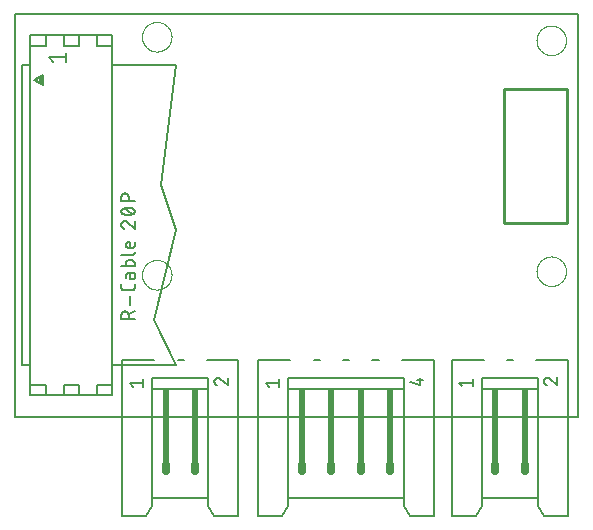
<source format=gto>
G75*
%MOIN*%
%OFA0B0*%
%FSLAX25Y25*%
%IPPOS*%
%LPD*%
%AMOC8*
5,1,8,0,0,1.08239X$1,22.5*
%
%ADD10C,0.00600*%
%ADD11C,0.00000*%
%ADD12C,0.00500*%
%ADD13R,0.01000X0.02000*%
%ADD14R,0.00500X0.01500*%
%ADD15R,0.01000X0.01000*%
%ADD16C,0.01000*%
%ADD17C,0.02600*%
%ADD18R,0.02400X0.26000*%
D10*
X0037107Y0001300D02*
X0045009Y0001300D01*
X0047009Y0004800D01*
X0047009Y0007300D01*
X0065706Y0007300D01*
X0065706Y0004800D01*
X0067706Y0001300D01*
X0075706Y0001300D01*
X0075706Y0053300D01*
X0065308Y0053300D01*
X0065706Y0047300D02*
X0065706Y0043800D01*
X0065706Y0007300D01*
X0082426Y0001300D02*
X0090328Y0001300D01*
X0092328Y0004800D01*
X0092328Y0007300D01*
X0130828Y0007300D01*
X0130828Y0004800D01*
X0132828Y0001300D01*
X0140828Y0001300D01*
X0140828Y0053300D01*
X0130426Y0053300D01*
X0130828Y0047300D02*
X0130828Y0043800D01*
X0130828Y0007300D01*
X0146910Y0001379D02*
X0154812Y0001379D01*
X0156812Y0004879D01*
X0156812Y0007379D01*
X0175509Y0007379D01*
X0175509Y0004879D01*
X0177509Y0001379D01*
X0185509Y0001379D01*
X0185509Y0053379D01*
X0175111Y0053379D01*
X0175509Y0047379D02*
X0175509Y0043879D01*
X0175509Y0007379D01*
X0156812Y0007379D02*
X0156812Y0043879D01*
X0156812Y0047379D01*
X0175509Y0047379D01*
X0175509Y0043879D02*
X0156812Y0043879D01*
X0157509Y0053379D02*
X0146910Y0053379D01*
X0146910Y0001379D01*
X0189095Y0034623D02*
X0189095Y0168875D01*
X0001300Y0168875D01*
X0001300Y0034623D01*
X0189095Y0034623D01*
X0167312Y0053379D02*
X0165312Y0053379D01*
X0130828Y0047300D02*
X0092328Y0047300D01*
X0092328Y0043800D01*
X0092328Y0007300D01*
X0082426Y0001300D02*
X0082426Y0053300D01*
X0093024Y0053300D01*
X0100828Y0053300D02*
X0102828Y0053300D01*
X0110627Y0053300D02*
X0112627Y0053300D01*
X0120426Y0053300D02*
X0122524Y0053300D01*
X0130828Y0043800D02*
X0092328Y0043800D01*
X0065706Y0043800D02*
X0047009Y0043800D01*
X0047009Y0007300D01*
X0037107Y0001300D02*
X0037107Y0053300D01*
X0047706Y0053300D01*
X0054961Y0051749D02*
X0033761Y0051749D01*
X0033761Y0045249D01*
X0028461Y0045249D01*
X0028461Y0041849D01*
X0022461Y0041849D01*
X0017461Y0041849D01*
X0017461Y0045249D01*
X0022461Y0045249D01*
X0022461Y0041849D01*
X0017461Y0041849D02*
X0011461Y0041849D01*
X0011461Y0045249D01*
X0006261Y0045249D01*
X0006261Y0041849D01*
X0011461Y0041849D01*
X0006261Y0045249D02*
X0006261Y0051749D01*
X0006261Y0151749D01*
X0006261Y0158249D01*
X0011461Y0158249D01*
X0011461Y0161749D01*
X0006261Y0161749D01*
X0006261Y0158249D01*
X0011461Y0161749D02*
X0017461Y0161749D01*
X0022461Y0161749D01*
X0028461Y0161749D01*
X0028461Y0158249D01*
X0033761Y0158249D01*
X0033761Y0161749D01*
X0028461Y0161749D01*
X0022461Y0161749D02*
X0022461Y0158249D01*
X0017461Y0158249D01*
X0017461Y0161749D01*
X0018161Y0155949D02*
X0018161Y0152949D01*
X0018161Y0154449D02*
X0012761Y0154449D01*
X0013961Y0152949D01*
X0010761Y0148449D02*
X0007461Y0146749D01*
X0008461Y0146749D01*
X0007461Y0146749D02*
X0010761Y0145049D01*
X0010761Y0148449D01*
X0006261Y0151749D02*
X0003561Y0151749D01*
X0003561Y0051749D01*
X0006261Y0051749D01*
X0028461Y0041849D02*
X0033761Y0041849D01*
X0033761Y0045249D01*
X0033761Y0051749D02*
X0033761Y0151749D01*
X0033761Y0158249D01*
X0033761Y0151749D02*
X0054961Y0151749D01*
X0049961Y0111749D01*
X0054961Y0096749D01*
X0047461Y0066749D01*
X0054961Y0051749D01*
X0055509Y0053300D02*
X0057509Y0053300D01*
X0065706Y0047300D02*
X0047009Y0047300D01*
X0047009Y0043800D01*
D11*
X0043623Y0081867D02*
X0043625Y0082007D01*
X0043631Y0082147D01*
X0043641Y0082286D01*
X0043655Y0082425D01*
X0043673Y0082564D01*
X0043694Y0082702D01*
X0043720Y0082840D01*
X0043750Y0082977D01*
X0043783Y0083112D01*
X0043821Y0083247D01*
X0043862Y0083381D01*
X0043907Y0083514D01*
X0043955Y0083645D01*
X0044008Y0083774D01*
X0044064Y0083903D01*
X0044123Y0084029D01*
X0044187Y0084154D01*
X0044253Y0084277D01*
X0044324Y0084398D01*
X0044397Y0084517D01*
X0044474Y0084634D01*
X0044555Y0084748D01*
X0044638Y0084860D01*
X0044725Y0084970D01*
X0044815Y0085078D01*
X0044907Y0085182D01*
X0045003Y0085284D01*
X0045102Y0085384D01*
X0045203Y0085480D01*
X0045307Y0085574D01*
X0045414Y0085664D01*
X0045523Y0085751D01*
X0045635Y0085836D01*
X0045749Y0085917D01*
X0045865Y0085995D01*
X0045983Y0086069D01*
X0046104Y0086140D01*
X0046226Y0086208D01*
X0046351Y0086272D01*
X0046477Y0086333D01*
X0046604Y0086390D01*
X0046734Y0086443D01*
X0046865Y0086493D01*
X0046997Y0086538D01*
X0047130Y0086581D01*
X0047265Y0086619D01*
X0047400Y0086653D01*
X0047537Y0086684D01*
X0047674Y0086711D01*
X0047812Y0086733D01*
X0047951Y0086752D01*
X0048090Y0086767D01*
X0048229Y0086778D01*
X0048369Y0086785D01*
X0048509Y0086788D01*
X0048649Y0086787D01*
X0048789Y0086782D01*
X0048928Y0086773D01*
X0049068Y0086760D01*
X0049207Y0086743D01*
X0049345Y0086722D01*
X0049483Y0086698D01*
X0049620Y0086669D01*
X0049756Y0086637D01*
X0049891Y0086600D01*
X0050025Y0086560D01*
X0050158Y0086516D01*
X0050289Y0086468D01*
X0050419Y0086417D01*
X0050548Y0086362D01*
X0050675Y0086303D01*
X0050800Y0086240D01*
X0050923Y0086175D01*
X0051045Y0086105D01*
X0051164Y0086032D01*
X0051282Y0085956D01*
X0051397Y0085877D01*
X0051510Y0085794D01*
X0051620Y0085708D01*
X0051728Y0085619D01*
X0051833Y0085527D01*
X0051936Y0085432D01*
X0052036Y0085334D01*
X0052133Y0085234D01*
X0052227Y0085130D01*
X0052319Y0085024D01*
X0052407Y0084916D01*
X0052492Y0084805D01*
X0052574Y0084691D01*
X0052653Y0084575D01*
X0052728Y0084458D01*
X0052800Y0084338D01*
X0052868Y0084216D01*
X0052933Y0084092D01*
X0052995Y0083966D01*
X0053053Y0083839D01*
X0053107Y0083710D01*
X0053158Y0083579D01*
X0053204Y0083447D01*
X0053247Y0083314D01*
X0053287Y0083180D01*
X0053322Y0083045D01*
X0053354Y0082908D01*
X0053381Y0082771D01*
X0053405Y0082633D01*
X0053425Y0082495D01*
X0053441Y0082356D01*
X0053453Y0082216D01*
X0053461Y0082077D01*
X0053465Y0081937D01*
X0053465Y0081797D01*
X0053461Y0081657D01*
X0053453Y0081518D01*
X0053441Y0081378D01*
X0053425Y0081239D01*
X0053405Y0081101D01*
X0053381Y0080963D01*
X0053354Y0080826D01*
X0053322Y0080689D01*
X0053287Y0080554D01*
X0053247Y0080420D01*
X0053204Y0080287D01*
X0053158Y0080155D01*
X0053107Y0080024D01*
X0053053Y0079895D01*
X0052995Y0079768D01*
X0052933Y0079642D01*
X0052868Y0079518D01*
X0052800Y0079396D01*
X0052728Y0079276D01*
X0052653Y0079159D01*
X0052574Y0079043D01*
X0052492Y0078929D01*
X0052407Y0078818D01*
X0052319Y0078710D01*
X0052227Y0078604D01*
X0052133Y0078500D01*
X0052036Y0078400D01*
X0051936Y0078302D01*
X0051833Y0078207D01*
X0051728Y0078115D01*
X0051620Y0078026D01*
X0051510Y0077940D01*
X0051397Y0077857D01*
X0051282Y0077778D01*
X0051164Y0077702D01*
X0051045Y0077629D01*
X0050923Y0077559D01*
X0050800Y0077494D01*
X0050675Y0077431D01*
X0050548Y0077372D01*
X0050419Y0077317D01*
X0050289Y0077266D01*
X0050158Y0077218D01*
X0050025Y0077174D01*
X0049891Y0077134D01*
X0049756Y0077097D01*
X0049620Y0077065D01*
X0049483Y0077036D01*
X0049345Y0077012D01*
X0049207Y0076991D01*
X0049068Y0076974D01*
X0048928Y0076961D01*
X0048789Y0076952D01*
X0048649Y0076947D01*
X0048509Y0076946D01*
X0048369Y0076949D01*
X0048229Y0076956D01*
X0048090Y0076967D01*
X0047951Y0076982D01*
X0047812Y0077001D01*
X0047674Y0077023D01*
X0047537Y0077050D01*
X0047400Y0077081D01*
X0047265Y0077115D01*
X0047130Y0077153D01*
X0046997Y0077196D01*
X0046865Y0077241D01*
X0046734Y0077291D01*
X0046604Y0077344D01*
X0046477Y0077401D01*
X0046351Y0077462D01*
X0046226Y0077526D01*
X0046104Y0077594D01*
X0045983Y0077665D01*
X0045865Y0077739D01*
X0045749Y0077817D01*
X0045635Y0077898D01*
X0045523Y0077983D01*
X0045414Y0078070D01*
X0045307Y0078160D01*
X0045203Y0078254D01*
X0045102Y0078350D01*
X0045003Y0078450D01*
X0044907Y0078552D01*
X0044815Y0078656D01*
X0044725Y0078764D01*
X0044638Y0078874D01*
X0044555Y0078986D01*
X0044474Y0079100D01*
X0044397Y0079217D01*
X0044324Y0079336D01*
X0044253Y0079457D01*
X0044187Y0079580D01*
X0044123Y0079705D01*
X0044064Y0079831D01*
X0044008Y0079960D01*
X0043955Y0080089D01*
X0043907Y0080220D01*
X0043862Y0080353D01*
X0043821Y0080487D01*
X0043783Y0080622D01*
X0043750Y0080757D01*
X0043720Y0080894D01*
X0043694Y0081032D01*
X0043673Y0081170D01*
X0043655Y0081309D01*
X0043641Y0081448D01*
X0043631Y0081587D01*
X0043625Y0081727D01*
X0043623Y0081867D01*
X0043623Y0161198D02*
X0043625Y0161338D01*
X0043631Y0161478D01*
X0043641Y0161617D01*
X0043655Y0161756D01*
X0043673Y0161895D01*
X0043694Y0162033D01*
X0043720Y0162171D01*
X0043750Y0162308D01*
X0043783Y0162443D01*
X0043821Y0162578D01*
X0043862Y0162712D01*
X0043907Y0162845D01*
X0043955Y0162976D01*
X0044008Y0163105D01*
X0044064Y0163234D01*
X0044123Y0163360D01*
X0044187Y0163485D01*
X0044253Y0163608D01*
X0044324Y0163729D01*
X0044397Y0163848D01*
X0044474Y0163965D01*
X0044555Y0164079D01*
X0044638Y0164191D01*
X0044725Y0164301D01*
X0044815Y0164409D01*
X0044907Y0164513D01*
X0045003Y0164615D01*
X0045102Y0164715D01*
X0045203Y0164811D01*
X0045307Y0164905D01*
X0045414Y0164995D01*
X0045523Y0165082D01*
X0045635Y0165167D01*
X0045749Y0165248D01*
X0045865Y0165326D01*
X0045983Y0165400D01*
X0046104Y0165471D01*
X0046226Y0165539D01*
X0046351Y0165603D01*
X0046477Y0165664D01*
X0046604Y0165721D01*
X0046734Y0165774D01*
X0046865Y0165824D01*
X0046997Y0165869D01*
X0047130Y0165912D01*
X0047265Y0165950D01*
X0047400Y0165984D01*
X0047537Y0166015D01*
X0047674Y0166042D01*
X0047812Y0166064D01*
X0047951Y0166083D01*
X0048090Y0166098D01*
X0048229Y0166109D01*
X0048369Y0166116D01*
X0048509Y0166119D01*
X0048649Y0166118D01*
X0048789Y0166113D01*
X0048928Y0166104D01*
X0049068Y0166091D01*
X0049207Y0166074D01*
X0049345Y0166053D01*
X0049483Y0166029D01*
X0049620Y0166000D01*
X0049756Y0165968D01*
X0049891Y0165931D01*
X0050025Y0165891D01*
X0050158Y0165847D01*
X0050289Y0165799D01*
X0050419Y0165748D01*
X0050548Y0165693D01*
X0050675Y0165634D01*
X0050800Y0165571D01*
X0050923Y0165506D01*
X0051045Y0165436D01*
X0051164Y0165363D01*
X0051282Y0165287D01*
X0051397Y0165208D01*
X0051510Y0165125D01*
X0051620Y0165039D01*
X0051728Y0164950D01*
X0051833Y0164858D01*
X0051936Y0164763D01*
X0052036Y0164665D01*
X0052133Y0164565D01*
X0052227Y0164461D01*
X0052319Y0164355D01*
X0052407Y0164247D01*
X0052492Y0164136D01*
X0052574Y0164022D01*
X0052653Y0163906D01*
X0052728Y0163789D01*
X0052800Y0163669D01*
X0052868Y0163547D01*
X0052933Y0163423D01*
X0052995Y0163297D01*
X0053053Y0163170D01*
X0053107Y0163041D01*
X0053158Y0162910D01*
X0053204Y0162778D01*
X0053247Y0162645D01*
X0053287Y0162511D01*
X0053322Y0162376D01*
X0053354Y0162239D01*
X0053381Y0162102D01*
X0053405Y0161964D01*
X0053425Y0161826D01*
X0053441Y0161687D01*
X0053453Y0161547D01*
X0053461Y0161408D01*
X0053465Y0161268D01*
X0053465Y0161128D01*
X0053461Y0160988D01*
X0053453Y0160849D01*
X0053441Y0160709D01*
X0053425Y0160570D01*
X0053405Y0160432D01*
X0053381Y0160294D01*
X0053354Y0160157D01*
X0053322Y0160020D01*
X0053287Y0159885D01*
X0053247Y0159751D01*
X0053204Y0159618D01*
X0053158Y0159486D01*
X0053107Y0159355D01*
X0053053Y0159226D01*
X0052995Y0159099D01*
X0052933Y0158973D01*
X0052868Y0158849D01*
X0052800Y0158727D01*
X0052728Y0158607D01*
X0052653Y0158490D01*
X0052574Y0158374D01*
X0052492Y0158260D01*
X0052407Y0158149D01*
X0052319Y0158041D01*
X0052227Y0157935D01*
X0052133Y0157831D01*
X0052036Y0157731D01*
X0051936Y0157633D01*
X0051833Y0157538D01*
X0051728Y0157446D01*
X0051620Y0157357D01*
X0051510Y0157271D01*
X0051397Y0157188D01*
X0051282Y0157109D01*
X0051164Y0157033D01*
X0051045Y0156960D01*
X0050923Y0156890D01*
X0050800Y0156825D01*
X0050675Y0156762D01*
X0050548Y0156703D01*
X0050419Y0156648D01*
X0050289Y0156597D01*
X0050158Y0156549D01*
X0050025Y0156505D01*
X0049891Y0156465D01*
X0049756Y0156428D01*
X0049620Y0156396D01*
X0049483Y0156367D01*
X0049345Y0156343D01*
X0049207Y0156322D01*
X0049068Y0156305D01*
X0048928Y0156292D01*
X0048789Y0156283D01*
X0048649Y0156278D01*
X0048509Y0156277D01*
X0048369Y0156280D01*
X0048229Y0156287D01*
X0048090Y0156298D01*
X0047951Y0156313D01*
X0047812Y0156332D01*
X0047674Y0156354D01*
X0047537Y0156381D01*
X0047400Y0156412D01*
X0047265Y0156446D01*
X0047130Y0156484D01*
X0046997Y0156527D01*
X0046865Y0156572D01*
X0046734Y0156622D01*
X0046604Y0156675D01*
X0046477Y0156732D01*
X0046351Y0156793D01*
X0046226Y0156857D01*
X0046104Y0156925D01*
X0045983Y0156996D01*
X0045865Y0157070D01*
X0045749Y0157148D01*
X0045635Y0157229D01*
X0045523Y0157314D01*
X0045414Y0157401D01*
X0045307Y0157491D01*
X0045203Y0157585D01*
X0045102Y0157681D01*
X0045003Y0157781D01*
X0044907Y0157883D01*
X0044815Y0157987D01*
X0044725Y0158095D01*
X0044638Y0158205D01*
X0044555Y0158317D01*
X0044474Y0158431D01*
X0044397Y0158548D01*
X0044324Y0158667D01*
X0044253Y0158788D01*
X0044187Y0158911D01*
X0044123Y0159036D01*
X0044064Y0159162D01*
X0044008Y0159291D01*
X0043955Y0159420D01*
X0043907Y0159551D01*
X0043862Y0159684D01*
X0043821Y0159818D01*
X0043783Y0159953D01*
X0043750Y0160088D01*
X0043720Y0160225D01*
X0043694Y0160363D01*
X0043673Y0160501D01*
X0043655Y0160640D01*
X0043641Y0160779D01*
X0043631Y0160918D01*
X0043625Y0161058D01*
X0043623Y0161198D01*
X0175119Y0160017D02*
X0175121Y0160157D01*
X0175127Y0160297D01*
X0175137Y0160436D01*
X0175151Y0160575D01*
X0175169Y0160714D01*
X0175190Y0160852D01*
X0175216Y0160990D01*
X0175246Y0161127D01*
X0175279Y0161262D01*
X0175317Y0161397D01*
X0175358Y0161531D01*
X0175403Y0161664D01*
X0175451Y0161795D01*
X0175504Y0161924D01*
X0175560Y0162053D01*
X0175619Y0162179D01*
X0175683Y0162304D01*
X0175749Y0162427D01*
X0175820Y0162548D01*
X0175893Y0162667D01*
X0175970Y0162784D01*
X0176051Y0162898D01*
X0176134Y0163010D01*
X0176221Y0163120D01*
X0176311Y0163228D01*
X0176403Y0163332D01*
X0176499Y0163434D01*
X0176598Y0163534D01*
X0176699Y0163630D01*
X0176803Y0163724D01*
X0176910Y0163814D01*
X0177019Y0163901D01*
X0177131Y0163986D01*
X0177245Y0164067D01*
X0177361Y0164145D01*
X0177479Y0164219D01*
X0177600Y0164290D01*
X0177722Y0164358D01*
X0177847Y0164422D01*
X0177973Y0164483D01*
X0178100Y0164540D01*
X0178230Y0164593D01*
X0178361Y0164643D01*
X0178493Y0164688D01*
X0178626Y0164731D01*
X0178761Y0164769D01*
X0178896Y0164803D01*
X0179033Y0164834D01*
X0179170Y0164861D01*
X0179308Y0164883D01*
X0179447Y0164902D01*
X0179586Y0164917D01*
X0179725Y0164928D01*
X0179865Y0164935D01*
X0180005Y0164938D01*
X0180145Y0164937D01*
X0180285Y0164932D01*
X0180424Y0164923D01*
X0180564Y0164910D01*
X0180703Y0164893D01*
X0180841Y0164872D01*
X0180979Y0164848D01*
X0181116Y0164819D01*
X0181252Y0164787D01*
X0181387Y0164750D01*
X0181521Y0164710D01*
X0181654Y0164666D01*
X0181785Y0164618D01*
X0181915Y0164567D01*
X0182044Y0164512D01*
X0182171Y0164453D01*
X0182296Y0164390D01*
X0182419Y0164325D01*
X0182541Y0164255D01*
X0182660Y0164182D01*
X0182778Y0164106D01*
X0182893Y0164027D01*
X0183006Y0163944D01*
X0183116Y0163858D01*
X0183224Y0163769D01*
X0183329Y0163677D01*
X0183432Y0163582D01*
X0183532Y0163484D01*
X0183629Y0163384D01*
X0183723Y0163280D01*
X0183815Y0163174D01*
X0183903Y0163066D01*
X0183988Y0162955D01*
X0184070Y0162841D01*
X0184149Y0162725D01*
X0184224Y0162608D01*
X0184296Y0162488D01*
X0184364Y0162366D01*
X0184429Y0162242D01*
X0184491Y0162116D01*
X0184549Y0161989D01*
X0184603Y0161860D01*
X0184654Y0161729D01*
X0184700Y0161597D01*
X0184743Y0161464D01*
X0184783Y0161330D01*
X0184818Y0161195D01*
X0184850Y0161058D01*
X0184877Y0160921D01*
X0184901Y0160783D01*
X0184921Y0160645D01*
X0184937Y0160506D01*
X0184949Y0160366D01*
X0184957Y0160227D01*
X0184961Y0160087D01*
X0184961Y0159947D01*
X0184957Y0159807D01*
X0184949Y0159668D01*
X0184937Y0159528D01*
X0184921Y0159389D01*
X0184901Y0159251D01*
X0184877Y0159113D01*
X0184850Y0158976D01*
X0184818Y0158839D01*
X0184783Y0158704D01*
X0184743Y0158570D01*
X0184700Y0158437D01*
X0184654Y0158305D01*
X0184603Y0158174D01*
X0184549Y0158045D01*
X0184491Y0157918D01*
X0184429Y0157792D01*
X0184364Y0157668D01*
X0184296Y0157546D01*
X0184224Y0157426D01*
X0184149Y0157309D01*
X0184070Y0157193D01*
X0183988Y0157079D01*
X0183903Y0156968D01*
X0183815Y0156860D01*
X0183723Y0156754D01*
X0183629Y0156650D01*
X0183532Y0156550D01*
X0183432Y0156452D01*
X0183329Y0156357D01*
X0183224Y0156265D01*
X0183116Y0156176D01*
X0183006Y0156090D01*
X0182893Y0156007D01*
X0182778Y0155928D01*
X0182660Y0155852D01*
X0182541Y0155779D01*
X0182419Y0155709D01*
X0182296Y0155644D01*
X0182171Y0155581D01*
X0182044Y0155522D01*
X0181915Y0155467D01*
X0181785Y0155416D01*
X0181654Y0155368D01*
X0181521Y0155324D01*
X0181387Y0155284D01*
X0181252Y0155247D01*
X0181116Y0155215D01*
X0180979Y0155186D01*
X0180841Y0155162D01*
X0180703Y0155141D01*
X0180564Y0155124D01*
X0180424Y0155111D01*
X0180285Y0155102D01*
X0180145Y0155097D01*
X0180005Y0155096D01*
X0179865Y0155099D01*
X0179725Y0155106D01*
X0179586Y0155117D01*
X0179447Y0155132D01*
X0179308Y0155151D01*
X0179170Y0155173D01*
X0179033Y0155200D01*
X0178896Y0155231D01*
X0178761Y0155265D01*
X0178626Y0155303D01*
X0178493Y0155346D01*
X0178361Y0155391D01*
X0178230Y0155441D01*
X0178100Y0155494D01*
X0177973Y0155551D01*
X0177847Y0155612D01*
X0177722Y0155676D01*
X0177600Y0155744D01*
X0177479Y0155815D01*
X0177361Y0155889D01*
X0177245Y0155967D01*
X0177131Y0156048D01*
X0177019Y0156133D01*
X0176910Y0156220D01*
X0176803Y0156310D01*
X0176699Y0156404D01*
X0176598Y0156500D01*
X0176499Y0156600D01*
X0176403Y0156702D01*
X0176311Y0156806D01*
X0176221Y0156914D01*
X0176134Y0157024D01*
X0176051Y0157136D01*
X0175970Y0157250D01*
X0175893Y0157367D01*
X0175820Y0157486D01*
X0175749Y0157607D01*
X0175683Y0157730D01*
X0175619Y0157855D01*
X0175560Y0157981D01*
X0175504Y0158110D01*
X0175451Y0158239D01*
X0175403Y0158370D01*
X0175358Y0158503D01*
X0175317Y0158637D01*
X0175279Y0158772D01*
X0175246Y0158907D01*
X0175216Y0159044D01*
X0175190Y0159182D01*
X0175169Y0159320D01*
X0175151Y0159459D01*
X0175137Y0159598D01*
X0175127Y0159737D01*
X0175121Y0159877D01*
X0175119Y0160017D01*
X0175119Y0083048D02*
X0175121Y0083188D01*
X0175127Y0083328D01*
X0175137Y0083467D01*
X0175151Y0083606D01*
X0175169Y0083745D01*
X0175190Y0083883D01*
X0175216Y0084021D01*
X0175246Y0084158D01*
X0175279Y0084293D01*
X0175317Y0084428D01*
X0175358Y0084562D01*
X0175403Y0084695D01*
X0175451Y0084826D01*
X0175504Y0084955D01*
X0175560Y0085084D01*
X0175619Y0085210D01*
X0175683Y0085335D01*
X0175749Y0085458D01*
X0175820Y0085579D01*
X0175893Y0085698D01*
X0175970Y0085815D01*
X0176051Y0085929D01*
X0176134Y0086041D01*
X0176221Y0086151D01*
X0176311Y0086259D01*
X0176403Y0086363D01*
X0176499Y0086465D01*
X0176598Y0086565D01*
X0176699Y0086661D01*
X0176803Y0086755D01*
X0176910Y0086845D01*
X0177019Y0086932D01*
X0177131Y0087017D01*
X0177245Y0087098D01*
X0177361Y0087176D01*
X0177479Y0087250D01*
X0177600Y0087321D01*
X0177722Y0087389D01*
X0177847Y0087453D01*
X0177973Y0087514D01*
X0178100Y0087571D01*
X0178230Y0087624D01*
X0178361Y0087674D01*
X0178493Y0087719D01*
X0178626Y0087762D01*
X0178761Y0087800D01*
X0178896Y0087834D01*
X0179033Y0087865D01*
X0179170Y0087892D01*
X0179308Y0087914D01*
X0179447Y0087933D01*
X0179586Y0087948D01*
X0179725Y0087959D01*
X0179865Y0087966D01*
X0180005Y0087969D01*
X0180145Y0087968D01*
X0180285Y0087963D01*
X0180424Y0087954D01*
X0180564Y0087941D01*
X0180703Y0087924D01*
X0180841Y0087903D01*
X0180979Y0087879D01*
X0181116Y0087850D01*
X0181252Y0087818D01*
X0181387Y0087781D01*
X0181521Y0087741D01*
X0181654Y0087697D01*
X0181785Y0087649D01*
X0181915Y0087598D01*
X0182044Y0087543D01*
X0182171Y0087484D01*
X0182296Y0087421D01*
X0182419Y0087356D01*
X0182541Y0087286D01*
X0182660Y0087213D01*
X0182778Y0087137D01*
X0182893Y0087058D01*
X0183006Y0086975D01*
X0183116Y0086889D01*
X0183224Y0086800D01*
X0183329Y0086708D01*
X0183432Y0086613D01*
X0183532Y0086515D01*
X0183629Y0086415D01*
X0183723Y0086311D01*
X0183815Y0086205D01*
X0183903Y0086097D01*
X0183988Y0085986D01*
X0184070Y0085872D01*
X0184149Y0085756D01*
X0184224Y0085639D01*
X0184296Y0085519D01*
X0184364Y0085397D01*
X0184429Y0085273D01*
X0184491Y0085147D01*
X0184549Y0085020D01*
X0184603Y0084891D01*
X0184654Y0084760D01*
X0184700Y0084628D01*
X0184743Y0084495D01*
X0184783Y0084361D01*
X0184818Y0084226D01*
X0184850Y0084089D01*
X0184877Y0083952D01*
X0184901Y0083814D01*
X0184921Y0083676D01*
X0184937Y0083537D01*
X0184949Y0083397D01*
X0184957Y0083258D01*
X0184961Y0083118D01*
X0184961Y0082978D01*
X0184957Y0082838D01*
X0184949Y0082699D01*
X0184937Y0082559D01*
X0184921Y0082420D01*
X0184901Y0082282D01*
X0184877Y0082144D01*
X0184850Y0082007D01*
X0184818Y0081870D01*
X0184783Y0081735D01*
X0184743Y0081601D01*
X0184700Y0081468D01*
X0184654Y0081336D01*
X0184603Y0081205D01*
X0184549Y0081076D01*
X0184491Y0080949D01*
X0184429Y0080823D01*
X0184364Y0080699D01*
X0184296Y0080577D01*
X0184224Y0080457D01*
X0184149Y0080340D01*
X0184070Y0080224D01*
X0183988Y0080110D01*
X0183903Y0079999D01*
X0183815Y0079891D01*
X0183723Y0079785D01*
X0183629Y0079681D01*
X0183532Y0079581D01*
X0183432Y0079483D01*
X0183329Y0079388D01*
X0183224Y0079296D01*
X0183116Y0079207D01*
X0183006Y0079121D01*
X0182893Y0079038D01*
X0182778Y0078959D01*
X0182660Y0078883D01*
X0182541Y0078810D01*
X0182419Y0078740D01*
X0182296Y0078675D01*
X0182171Y0078612D01*
X0182044Y0078553D01*
X0181915Y0078498D01*
X0181785Y0078447D01*
X0181654Y0078399D01*
X0181521Y0078355D01*
X0181387Y0078315D01*
X0181252Y0078278D01*
X0181116Y0078246D01*
X0180979Y0078217D01*
X0180841Y0078193D01*
X0180703Y0078172D01*
X0180564Y0078155D01*
X0180424Y0078142D01*
X0180285Y0078133D01*
X0180145Y0078128D01*
X0180005Y0078127D01*
X0179865Y0078130D01*
X0179725Y0078137D01*
X0179586Y0078148D01*
X0179447Y0078163D01*
X0179308Y0078182D01*
X0179170Y0078204D01*
X0179033Y0078231D01*
X0178896Y0078262D01*
X0178761Y0078296D01*
X0178626Y0078334D01*
X0178493Y0078377D01*
X0178361Y0078422D01*
X0178230Y0078472D01*
X0178100Y0078525D01*
X0177973Y0078582D01*
X0177847Y0078643D01*
X0177722Y0078707D01*
X0177600Y0078775D01*
X0177479Y0078846D01*
X0177361Y0078920D01*
X0177245Y0078998D01*
X0177131Y0079079D01*
X0177019Y0079164D01*
X0176910Y0079251D01*
X0176803Y0079341D01*
X0176699Y0079435D01*
X0176598Y0079531D01*
X0176499Y0079631D01*
X0176403Y0079733D01*
X0176311Y0079837D01*
X0176221Y0079945D01*
X0176134Y0080055D01*
X0176051Y0080167D01*
X0175970Y0080281D01*
X0175893Y0080398D01*
X0175820Y0080517D01*
X0175749Y0080638D01*
X0175683Y0080761D01*
X0175619Y0080886D01*
X0175560Y0081012D01*
X0175504Y0081141D01*
X0175451Y0081270D01*
X0175403Y0081401D01*
X0175358Y0081534D01*
X0175317Y0081668D01*
X0175279Y0081803D01*
X0175246Y0081938D01*
X0175216Y0082075D01*
X0175190Y0082213D01*
X0175169Y0082351D01*
X0175151Y0082490D01*
X0175137Y0082629D01*
X0175127Y0082768D01*
X0175121Y0082908D01*
X0175119Y0083048D01*
D12*
X0179560Y0047254D02*
X0182060Y0045129D01*
X0182060Y0047629D01*
X0178561Y0045129D02*
X0178492Y0045153D01*
X0178425Y0045181D01*
X0178359Y0045212D01*
X0178295Y0045246D01*
X0178233Y0045283D01*
X0178172Y0045324D01*
X0178114Y0045367D01*
X0178058Y0045413D01*
X0178004Y0045463D01*
X0177953Y0045514D01*
X0177905Y0045568D01*
X0177859Y0045625D01*
X0177816Y0045684D01*
X0177777Y0045745D01*
X0177740Y0045807D01*
X0177707Y0045872D01*
X0177676Y0045938D01*
X0177650Y0046006D01*
X0177626Y0046074D01*
X0177606Y0046144D01*
X0177590Y0046215D01*
X0177577Y0046287D01*
X0177568Y0046359D01*
X0177563Y0046431D01*
X0177561Y0046504D01*
X0177560Y0046504D02*
X0177562Y0046569D01*
X0177568Y0046635D01*
X0177577Y0046699D01*
X0177590Y0046763D01*
X0177607Y0046827D01*
X0177628Y0046889D01*
X0177652Y0046950D01*
X0177680Y0047009D01*
X0177711Y0047067D01*
X0177745Y0047122D01*
X0177783Y0047176D01*
X0177823Y0047227D01*
X0177867Y0047276D01*
X0177913Y0047322D01*
X0177962Y0047366D01*
X0178013Y0047406D01*
X0178067Y0047444D01*
X0178123Y0047478D01*
X0178180Y0047509D01*
X0178239Y0047537D01*
X0178300Y0047561D01*
X0178362Y0047582D01*
X0178426Y0047599D01*
X0178490Y0047612D01*
X0178554Y0047621D01*
X0178620Y0047627D01*
X0178685Y0047629D01*
X0178685Y0047628D02*
X0178750Y0047626D01*
X0178815Y0047621D01*
X0178880Y0047612D01*
X0178944Y0047600D01*
X0179007Y0047584D01*
X0179069Y0047565D01*
X0179131Y0047543D01*
X0179191Y0047517D01*
X0179249Y0047488D01*
X0179306Y0047456D01*
X0179361Y0047421D01*
X0179414Y0047383D01*
X0179465Y0047343D01*
X0179514Y0047299D01*
X0179560Y0047253D01*
X0153860Y0047129D02*
X0153860Y0044629D01*
X0153860Y0045879D02*
X0149360Y0045879D01*
X0150360Y0044629D01*
X0137376Y0046800D02*
X0135376Y0046800D01*
X0136376Y0047550D02*
X0136376Y0045050D01*
X0132876Y0046050D01*
X0089376Y0045800D02*
X0084876Y0045800D01*
X0085876Y0044550D01*
X0089376Y0044550D02*
X0089376Y0047050D01*
X0072257Y0047550D02*
X0072257Y0045050D01*
X0069757Y0047175D01*
X0067757Y0046425D02*
X0067759Y0046352D01*
X0067764Y0046280D01*
X0067773Y0046208D01*
X0067786Y0046136D01*
X0067802Y0046065D01*
X0067822Y0045995D01*
X0067846Y0045927D01*
X0067872Y0045859D01*
X0067903Y0045793D01*
X0067936Y0045728D01*
X0067973Y0045666D01*
X0068012Y0045605D01*
X0068055Y0045546D01*
X0068101Y0045489D01*
X0068149Y0045435D01*
X0068200Y0045384D01*
X0068254Y0045334D01*
X0068310Y0045288D01*
X0068368Y0045245D01*
X0068429Y0045204D01*
X0068491Y0045167D01*
X0068555Y0045133D01*
X0068621Y0045102D01*
X0068688Y0045074D01*
X0068757Y0045050D01*
X0069757Y0047175D02*
X0069711Y0047221D01*
X0069662Y0047265D01*
X0069611Y0047305D01*
X0069558Y0047343D01*
X0069503Y0047378D01*
X0069446Y0047410D01*
X0069388Y0047439D01*
X0069328Y0047465D01*
X0069266Y0047487D01*
X0069204Y0047506D01*
X0069141Y0047522D01*
X0069077Y0047534D01*
X0069012Y0047543D01*
X0068947Y0047548D01*
X0068882Y0047550D01*
X0068817Y0047548D01*
X0068751Y0047542D01*
X0068687Y0047533D01*
X0068623Y0047520D01*
X0068559Y0047503D01*
X0068497Y0047482D01*
X0068436Y0047458D01*
X0068377Y0047430D01*
X0068320Y0047399D01*
X0068264Y0047365D01*
X0068210Y0047327D01*
X0068159Y0047287D01*
X0068110Y0047243D01*
X0068064Y0047197D01*
X0068020Y0047148D01*
X0067980Y0047097D01*
X0067942Y0047043D01*
X0067908Y0046988D01*
X0067877Y0046930D01*
X0067849Y0046871D01*
X0067825Y0046810D01*
X0067804Y0046748D01*
X0067787Y0046684D01*
X0067774Y0046620D01*
X0067765Y0046556D01*
X0067759Y0046490D01*
X0067757Y0046425D01*
X0044057Y0047050D02*
X0044057Y0044550D01*
X0044057Y0045800D02*
X0039557Y0045800D01*
X0040557Y0044550D01*
X0041211Y0067156D02*
X0036711Y0067156D01*
X0036711Y0068406D01*
X0036713Y0068475D01*
X0036719Y0068544D01*
X0036728Y0068612D01*
X0036741Y0068679D01*
X0036758Y0068746D01*
X0036779Y0068812D01*
X0036803Y0068876D01*
X0036831Y0068939D01*
X0036862Y0069001D01*
X0036896Y0069061D01*
X0036934Y0069118D01*
X0036975Y0069174D01*
X0037018Y0069227D01*
X0037065Y0069278D01*
X0037114Y0069326D01*
X0037166Y0069371D01*
X0037221Y0069413D01*
X0037277Y0069452D01*
X0037336Y0069489D01*
X0037397Y0069521D01*
X0037459Y0069551D01*
X0037523Y0069577D01*
X0037588Y0069599D01*
X0037654Y0069618D01*
X0037721Y0069633D01*
X0037789Y0069644D01*
X0037858Y0069652D01*
X0037927Y0069656D01*
X0037995Y0069656D01*
X0038064Y0069652D01*
X0038133Y0069644D01*
X0038201Y0069633D01*
X0038268Y0069618D01*
X0038334Y0069599D01*
X0038399Y0069577D01*
X0038463Y0069551D01*
X0038525Y0069521D01*
X0038586Y0069489D01*
X0038645Y0069452D01*
X0038701Y0069413D01*
X0038756Y0069371D01*
X0038808Y0069326D01*
X0038857Y0069278D01*
X0038904Y0069227D01*
X0038947Y0069174D01*
X0038988Y0069118D01*
X0039026Y0069061D01*
X0039060Y0069001D01*
X0039091Y0068939D01*
X0039119Y0068876D01*
X0039143Y0068812D01*
X0039164Y0068746D01*
X0039181Y0068679D01*
X0039194Y0068612D01*
X0039203Y0068544D01*
X0039209Y0068475D01*
X0039211Y0068406D01*
X0039211Y0067156D01*
X0039211Y0068656D02*
X0041211Y0069656D01*
X0039461Y0071674D02*
X0039461Y0074674D01*
X0040211Y0076709D02*
X0037711Y0076709D01*
X0037651Y0076711D01*
X0037590Y0076716D01*
X0037531Y0076725D01*
X0037472Y0076738D01*
X0037413Y0076754D01*
X0037356Y0076774D01*
X0037301Y0076797D01*
X0037246Y0076824D01*
X0037194Y0076853D01*
X0037143Y0076886D01*
X0037094Y0076922D01*
X0037048Y0076960D01*
X0037004Y0077002D01*
X0036962Y0077046D01*
X0036924Y0077092D01*
X0036888Y0077141D01*
X0036855Y0077192D01*
X0036826Y0077244D01*
X0036799Y0077299D01*
X0036776Y0077354D01*
X0036756Y0077411D01*
X0036740Y0077470D01*
X0036727Y0077529D01*
X0036718Y0077588D01*
X0036713Y0077649D01*
X0036711Y0077709D01*
X0036711Y0078709D01*
X0038211Y0080648D02*
X0038211Y0081648D01*
X0038213Y0081702D01*
X0038219Y0081755D01*
X0038228Y0081807D01*
X0038241Y0081859D01*
X0038258Y0081910D01*
X0038279Y0081960D01*
X0038303Y0082007D01*
X0038330Y0082053D01*
X0038361Y0082097D01*
X0038394Y0082139D01*
X0038431Y0082178D01*
X0038470Y0082215D01*
X0038512Y0082248D01*
X0038556Y0082279D01*
X0038602Y0082306D01*
X0038649Y0082330D01*
X0038699Y0082351D01*
X0038750Y0082368D01*
X0038802Y0082381D01*
X0038854Y0082390D01*
X0038907Y0082396D01*
X0038961Y0082398D01*
X0041211Y0082398D01*
X0041211Y0081273D01*
X0041209Y0081215D01*
X0041203Y0081156D01*
X0041193Y0081099D01*
X0041180Y0081042D01*
X0041163Y0080986D01*
X0041142Y0080931D01*
X0041117Y0080878D01*
X0041089Y0080827D01*
X0041057Y0080778D01*
X0041023Y0080731D01*
X0040985Y0080686D01*
X0040944Y0080644D01*
X0040901Y0080605D01*
X0040855Y0080569D01*
X0040807Y0080535D01*
X0040757Y0080506D01*
X0040704Y0080479D01*
X0040650Y0080456D01*
X0040595Y0080437D01*
X0040539Y0080422D01*
X0040482Y0080410D01*
X0040424Y0080402D01*
X0040365Y0080398D01*
X0040307Y0080398D01*
X0040248Y0080402D01*
X0040190Y0080410D01*
X0040133Y0080422D01*
X0040077Y0080437D01*
X0040022Y0080456D01*
X0039968Y0080479D01*
X0039915Y0080506D01*
X0039865Y0080535D01*
X0039817Y0080569D01*
X0039771Y0080605D01*
X0039728Y0080644D01*
X0039687Y0080686D01*
X0039649Y0080731D01*
X0039615Y0080778D01*
X0039583Y0080827D01*
X0039555Y0080878D01*
X0039530Y0080931D01*
X0039509Y0080986D01*
X0039492Y0081042D01*
X0039479Y0081099D01*
X0039469Y0081156D01*
X0039463Y0081215D01*
X0039461Y0081273D01*
X0039461Y0082398D01*
X0038211Y0084650D02*
X0038211Y0085900D01*
X0038213Y0085954D01*
X0038219Y0086007D01*
X0038228Y0086059D01*
X0038241Y0086111D01*
X0038258Y0086162D01*
X0038279Y0086212D01*
X0038303Y0086259D01*
X0038330Y0086305D01*
X0038361Y0086349D01*
X0038394Y0086391D01*
X0038431Y0086430D01*
X0038470Y0086467D01*
X0038512Y0086500D01*
X0038556Y0086531D01*
X0038602Y0086558D01*
X0038649Y0086582D01*
X0038699Y0086603D01*
X0038750Y0086620D01*
X0038802Y0086633D01*
X0038854Y0086642D01*
X0038907Y0086648D01*
X0038961Y0086650D01*
X0040461Y0086650D01*
X0040515Y0086648D01*
X0040568Y0086642D01*
X0040620Y0086633D01*
X0040672Y0086620D01*
X0040723Y0086603D01*
X0040773Y0086582D01*
X0040820Y0086558D01*
X0040866Y0086531D01*
X0040910Y0086500D01*
X0040952Y0086467D01*
X0040991Y0086430D01*
X0041028Y0086391D01*
X0041061Y0086349D01*
X0041092Y0086305D01*
X0041119Y0086259D01*
X0041143Y0086212D01*
X0041164Y0086162D01*
X0041181Y0086111D01*
X0041194Y0086059D01*
X0041203Y0086007D01*
X0041209Y0085954D01*
X0041211Y0085900D01*
X0041211Y0084650D01*
X0036711Y0084650D01*
X0036711Y0088571D02*
X0040461Y0088571D01*
X0040515Y0088573D01*
X0040568Y0088579D01*
X0040620Y0088588D01*
X0040672Y0088601D01*
X0040723Y0088618D01*
X0040773Y0088639D01*
X0040820Y0088663D01*
X0040866Y0088690D01*
X0040910Y0088721D01*
X0040952Y0088754D01*
X0040991Y0088791D01*
X0041028Y0088830D01*
X0041061Y0088872D01*
X0041092Y0088916D01*
X0041119Y0088962D01*
X0041143Y0089009D01*
X0041164Y0089059D01*
X0041181Y0089110D01*
X0041194Y0089162D01*
X0041203Y0089214D01*
X0041209Y0089267D01*
X0041211Y0089321D01*
X0040461Y0090924D02*
X0039211Y0090924D01*
X0039711Y0090924D02*
X0039711Y0092924D01*
X0039211Y0092924D01*
X0039149Y0092922D01*
X0039088Y0092916D01*
X0039027Y0092907D01*
X0038967Y0092894D01*
X0038908Y0092877D01*
X0038850Y0092856D01*
X0038793Y0092832D01*
X0038738Y0092805D01*
X0038685Y0092774D01*
X0038633Y0092740D01*
X0038584Y0092703D01*
X0038537Y0092663D01*
X0038493Y0092620D01*
X0038452Y0092575D01*
X0038413Y0092527D01*
X0038377Y0092476D01*
X0038345Y0092424D01*
X0038316Y0092370D01*
X0038290Y0092314D01*
X0038268Y0092256D01*
X0038249Y0092198D01*
X0038234Y0092138D01*
X0038223Y0092077D01*
X0038215Y0092016D01*
X0038211Y0091955D01*
X0038211Y0091893D01*
X0038215Y0091832D01*
X0038223Y0091771D01*
X0038234Y0091710D01*
X0038249Y0091650D01*
X0038268Y0091592D01*
X0038290Y0091534D01*
X0038316Y0091478D01*
X0038345Y0091424D01*
X0038377Y0091372D01*
X0038413Y0091321D01*
X0038452Y0091273D01*
X0038493Y0091228D01*
X0038537Y0091185D01*
X0038584Y0091145D01*
X0038633Y0091108D01*
X0038685Y0091074D01*
X0038738Y0091043D01*
X0038793Y0091016D01*
X0038850Y0090992D01*
X0038908Y0090971D01*
X0038967Y0090954D01*
X0039027Y0090941D01*
X0039088Y0090932D01*
X0039149Y0090926D01*
X0039211Y0090924D01*
X0040461Y0090924D02*
X0040515Y0090926D01*
X0040568Y0090932D01*
X0040620Y0090941D01*
X0040672Y0090954D01*
X0040723Y0090971D01*
X0040773Y0090992D01*
X0040820Y0091016D01*
X0040866Y0091043D01*
X0040910Y0091074D01*
X0040952Y0091107D01*
X0040991Y0091144D01*
X0041028Y0091183D01*
X0041061Y0091225D01*
X0041092Y0091269D01*
X0041119Y0091315D01*
X0041143Y0091362D01*
X0041164Y0091412D01*
X0041181Y0091463D01*
X0041194Y0091515D01*
X0041203Y0091567D01*
X0041209Y0091620D01*
X0041211Y0091674D01*
X0041211Y0092924D01*
X0041211Y0097274D02*
X0041211Y0099774D01*
X0040586Y0103898D02*
X0040477Y0103949D01*
X0040367Y0103996D01*
X0040255Y0104040D01*
X0040141Y0104080D01*
X0040027Y0104116D01*
X0039911Y0104149D01*
X0039795Y0104178D01*
X0039677Y0104203D01*
X0039559Y0104224D01*
X0039440Y0104242D01*
X0039321Y0104255D01*
X0039201Y0104265D01*
X0039081Y0104271D01*
X0038961Y0104273D01*
X0038961Y0101774D02*
X0039081Y0101776D01*
X0039201Y0101782D01*
X0039321Y0101792D01*
X0039440Y0101805D01*
X0039559Y0101823D01*
X0039677Y0101844D01*
X0039795Y0101869D01*
X0039911Y0101898D01*
X0040027Y0101931D01*
X0040141Y0101967D01*
X0040255Y0102007D01*
X0040367Y0102051D01*
X0040477Y0102098D01*
X0040586Y0102149D01*
X0040211Y0102024D02*
X0037711Y0104024D01*
X0037336Y0103899D02*
X0037280Y0103878D01*
X0037225Y0103852D01*
X0037171Y0103824D01*
X0037120Y0103792D01*
X0037071Y0103757D01*
X0037025Y0103718D01*
X0036981Y0103677D01*
X0036939Y0103633D01*
X0036901Y0103586D01*
X0036866Y0103537D01*
X0036834Y0103485D01*
X0036806Y0103432D01*
X0036781Y0103377D01*
X0036760Y0103321D01*
X0036742Y0103263D01*
X0036729Y0103204D01*
X0036719Y0103144D01*
X0036713Y0103084D01*
X0036711Y0103024D01*
X0036713Y0102964D01*
X0036719Y0102904D01*
X0036729Y0102844D01*
X0036742Y0102785D01*
X0036760Y0102727D01*
X0036781Y0102671D01*
X0036806Y0102616D01*
X0036834Y0102563D01*
X0036866Y0102511D01*
X0036901Y0102462D01*
X0036939Y0102415D01*
X0036981Y0102371D01*
X0037025Y0102330D01*
X0037071Y0102291D01*
X0037120Y0102256D01*
X0037171Y0102224D01*
X0037225Y0102196D01*
X0037280Y0102170D01*
X0037336Y0102149D01*
X0037336Y0103898D02*
X0037445Y0103949D01*
X0037555Y0103996D01*
X0037667Y0104040D01*
X0037781Y0104080D01*
X0037895Y0104116D01*
X0038011Y0104149D01*
X0038127Y0104178D01*
X0038245Y0104203D01*
X0038363Y0104224D01*
X0038482Y0104242D01*
X0038601Y0104255D01*
X0038721Y0104265D01*
X0038841Y0104271D01*
X0038961Y0104273D01*
X0038961Y0101774D02*
X0038841Y0101776D01*
X0038721Y0101782D01*
X0038601Y0101792D01*
X0038482Y0101805D01*
X0038363Y0101823D01*
X0038245Y0101844D01*
X0038127Y0101869D01*
X0038011Y0101898D01*
X0037895Y0101931D01*
X0037781Y0101967D01*
X0037667Y0102007D01*
X0037555Y0102051D01*
X0037445Y0102098D01*
X0037336Y0102149D01*
X0038711Y0099399D02*
X0041211Y0097274D01*
X0037712Y0097274D02*
X0037643Y0097298D01*
X0037576Y0097326D01*
X0037510Y0097357D01*
X0037446Y0097391D01*
X0037384Y0097428D01*
X0037323Y0097469D01*
X0037265Y0097512D01*
X0037209Y0097558D01*
X0037155Y0097608D01*
X0037104Y0097659D01*
X0037056Y0097713D01*
X0037010Y0097770D01*
X0036967Y0097829D01*
X0036928Y0097890D01*
X0036891Y0097952D01*
X0036858Y0098017D01*
X0036827Y0098083D01*
X0036801Y0098151D01*
X0036777Y0098219D01*
X0036757Y0098289D01*
X0036741Y0098360D01*
X0036728Y0098432D01*
X0036719Y0098504D01*
X0036714Y0098576D01*
X0036712Y0098649D01*
X0036711Y0098649D02*
X0036713Y0098714D01*
X0036719Y0098780D01*
X0036728Y0098844D01*
X0036741Y0098908D01*
X0036758Y0098972D01*
X0036779Y0099034D01*
X0036803Y0099095D01*
X0036831Y0099154D01*
X0036862Y0099212D01*
X0036896Y0099267D01*
X0036934Y0099321D01*
X0036974Y0099372D01*
X0037018Y0099421D01*
X0037064Y0099467D01*
X0037113Y0099511D01*
X0037164Y0099551D01*
X0037218Y0099589D01*
X0037274Y0099623D01*
X0037331Y0099654D01*
X0037390Y0099682D01*
X0037451Y0099706D01*
X0037513Y0099727D01*
X0037577Y0099744D01*
X0037641Y0099757D01*
X0037705Y0099766D01*
X0037771Y0099772D01*
X0037836Y0099774D01*
X0037836Y0099773D02*
X0037901Y0099771D01*
X0037966Y0099766D01*
X0038031Y0099757D01*
X0038095Y0099745D01*
X0038158Y0099729D01*
X0038220Y0099710D01*
X0038282Y0099688D01*
X0038342Y0099662D01*
X0038400Y0099633D01*
X0038457Y0099601D01*
X0038512Y0099566D01*
X0038565Y0099528D01*
X0038616Y0099488D01*
X0038665Y0099444D01*
X0038711Y0099398D01*
X0041211Y0103024D02*
X0041209Y0103084D01*
X0041203Y0103144D01*
X0041193Y0103204D01*
X0041180Y0103263D01*
X0041162Y0103321D01*
X0041141Y0103377D01*
X0041116Y0103432D01*
X0041088Y0103485D01*
X0041056Y0103537D01*
X0041021Y0103586D01*
X0040983Y0103633D01*
X0040941Y0103677D01*
X0040897Y0103718D01*
X0040851Y0103757D01*
X0040802Y0103792D01*
X0040751Y0103824D01*
X0040697Y0103852D01*
X0040642Y0103878D01*
X0040586Y0103899D01*
X0041211Y0103024D02*
X0041209Y0102964D01*
X0041203Y0102904D01*
X0041193Y0102844D01*
X0041180Y0102785D01*
X0041162Y0102727D01*
X0041141Y0102671D01*
X0041116Y0102616D01*
X0041088Y0102563D01*
X0041056Y0102511D01*
X0041021Y0102462D01*
X0040983Y0102415D01*
X0040941Y0102371D01*
X0040897Y0102330D01*
X0040851Y0102291D01*
X0040802Y0102256D01*
X0040751Y0102224D01*
X0040697Y0102196D01*
X0040642Y0102170D01*
X0040586Y0102149D01*
X0041211Y0106499D02*
X0036711Y0106499D01*
X0036711Y0107749D01*
X0036713Y0107818D01*
X0036719Y0107887D01*
X0036728Y0107955D01*
X0036741Y0108022D01*
X0036758Y0108089D01*
X0036779Y0108155D01*
X0036803Y0108219D01*
X0036831Y0108282D01*
X0036862Y0108344D01*
X0036896Y0108404D01*
X0036934Y0108461D01*
X0036975Y0108517D01*
X0037018Y0108570D01*
X0037065Y0108621D01*
X0037114Y0108669D01*
X0037166Y0108714D01*
X0037221Y0108756D01*
X0037277Y0108795D01*
X0037336Y0108832D01*
X0037397Y0108864D01*
X0037459Y0108894D01*
X0037523Y0108920D01*
X0037588Y0108942D01*
X0037654Y0108961D01*
X0037721Y0108976D01*
X0037789Y0108987D01*
X0037858Y0108995D01*
X0037927Y0108999D01*
X0037995Y0108999D01*
X0038064Y0108995D01*
X0038133Y0108987D01*
X0038201Y0108976D01*
X0038268Y0108961D01*
X0038334Y0108942D01*
X0038399Y0108920D01*
X0038463Y0108894D01*
X0038525Y0108864D01*
X0038586Y0108832D01*
X0038645Y0108795D01*
X0038701Y0108756D01*
X0038756Y0108714D01*
X0038808Y0108669D01*
X0038857Y0108621D01*
X0038904Y0108570D01*
X0038947Y0108517D01*
X0038988Y0108461D01*
X0039026Y0108404D01*
X0039060Y0108344D01*
X0039091Y0108282D01*
X0039119Y0108219D01*
X0039143Y0108155D01*
X0039164Y0108089D01*
X0039181Y0108022D01*
X0039194Y0107955D01*
X0039203Y0107887D01*
X0039209Y0107818D01*
X0039211Y0107749D01*
X0039211Y0106499D01*
X0041211Y0078709D02*
X0041211Y0077709D01*
X0041209Y0077649D01*
X0041204Y0077588D01*
X0041195Y0077529D01*
X0041182Y0077470D01*
X0041166Y0077411D01*
X0041146Y0077354D01*
X0041123Y0077299D01*
X0041096Y0077244D01*
X0041067Y0077192D01*
X0041034Y0077141D01*
X0040998Y0077092D01*
X0040960Y0077046D01*
X0040918Y0077002D01*
X0040874Y0076960D01*
X0040828Y0076922D01*
X0040779Y0076886D01*
X0040728Y0076853D01*
X0040676Y0076824D01*
X0040621Y0076797D01*
X0040566Y0076774D01*
X0040509Y0076754D01*
X0040450Y0076738D01*
X0040391Y0076725D01*
X0040332Y0076716D01*
X0040271Y0076711D01*
X0040211Y0076709D01*
D13*
X0009561Y0146749D03*
D14*
X0010311Y0147499D03*
X0010311Y0145999D03*
D15*
X0008761Y0146749D03*
D16*
X0164186Y0143759D02*
X0164186Y0099109D01*
X0185186Y0099109D01*
X0185186Y0143759D01*
X0164186Y0143759D01*
D17*
X0161410Y0018379D02*
X0161410Y0016379D01*
X0171253Y0016379D02*
X0171253Y0018379D01*
X0126454Y0018300D02*
X0126454Y0016300D01*
X0116627Y0016300D02*
X0116627Y0018300D01*
X0106769Y0018300D02*
X0106769Y0016300D01*
X0096926Y0016300D02*
X0096926Y0018300D01*
X0061450Y0018300D02*
X0061450Y0016300D01*
X0051607Y0016300D02*
X0051607Y0018300D01*
D18*
X0051607Y0030800D03*
X0061407Y0030800D03*
X0096926Y0030800D03*
X0106726Y0030800D03*
X0116626Y0030800D03*
X0126426Y0030800D03*
X0161410Y0030879D03*
X0171210Y0030879D03*
M02*

</source>
